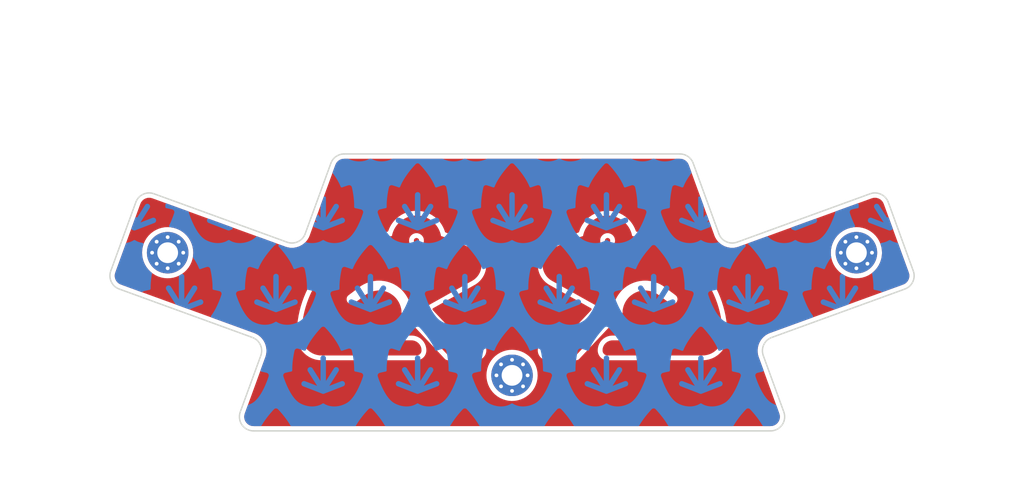
<source format=kicad_pcb>
(kicad_pcb (version 20211014) (generator pcbnew)
  (title_block (title "Tlalocohyla_Smithii_battery") (rev "v1.0.0") (company "Unknown"))
  (layers (0 "F.Cu" signal) (31 "B.Cu" signal) (34 "B.Paste" user) (35 "F.Paste" user) (36 "B.SilkS" user "B.Silkscreen") (37 "F.SilkS" user "F.Silkscreen") (38 "B.Mask" user) (39 "F.Mask" user) (44 "Edge.Cuts" user))
  (net 0 "")
  (footprint "Library:Leaves batt" (layer "F.Cu") (at 150 121)
    (fp_text reference "REF**" hide)
    (fp_text value "Leaves batt" hide)
  )
  (footprint "Library:Frog Batt" (layer "F.Cu") (at 150 115)
    (fp_text reference "G***" hide)
    (fp_text value "LOGO" hide)
  )
  (footprint "Library:Mounting_hole" (layer "F.Cu") (at 113.525328 108.926642)
    (fp_text reference "H**" hide)
    (fp_text value "Mounting_hole" hide)
  )
  (footprint "Library:Mounting_hole" (layer "F.Cu") (at 186.474672 108.926642)
    (fp_text reference "H**" hide)
    (fp_text value "Mounting_hole" hide)
  )
  (footprint "Library:Mounting_hole" (layer "F.Cu") (at 150 121.93063)
    (fp_text reference "H**" hide)
    (fp_text value "Mounting_hole" hide)
  )
  (gr_line (start 177.375006 127.820678) (end 122.624994 127.820678) (layer "Edge.Cuts") (width 0.15))
  (gr_line (start 121.215455 125.807647) (end 123.389944 119.83329) (layer "Edge.Cuts") (width 0.15))
  (gr_line (start 176.610056 119.83329) (end 178.784545 125.807647) (layer "Edge.Cuts") (width 0.15))
  (gr_line (start 107.501537 110.85785) (end 110.152193 103.575232) (layer "Edge.Cuts") (width 0.15))
  (gr_line (start 128.09272 106.912517) (end 130.811674 99.442253) (layer "Edge.Cuts") (width 0.15))
  (gr_line (start 173.829849 107.809026) (end 187.925238 102.678723) (layer "Edge.Cuts") (width 0.15))
  (gr_line (start 189.847807 103.575232) (end 192.498463 110.85785) (layer "Edge.Cuts") (width 0.15))
  (gr_arc (start 192.498463 110.85785) (mid 192.448386 112.004808) (end 191.601954 112.780419) (layer "Edge.Cuts") (width 0.15))
  (gr_arc (start 108.398046 112.780419) (mid 107.551614 112.004808) (end 107.501537 110.85785) (layer "Edge.Cuts") (width 0.15))
  (gr_arc (start 110.152193 103.575232) (mid 110.927804 102.7288) (end 112.074762 102.678723) (layer "Edge.Cuts") (width 0.15))
  (gr_line (start 122.493435 117.910721) (end 108.398045 112.780419) (layer "Edge.Cuts") (width 0.15))
  (gr_arc (start 122.493435 117.910722) (mid 123.339866 118.686333) (end 123.389943 119.83329) (layer "Edge.Cuts") (width 0.15))
  (gr_arc (start 187.925238 102.678723) (mid 189.072196 102.7288) (end 189.847807 103.575232) (layer "Edge.Cuts") (width 0.15))
  (gr_arc (start 122.624993 127.820678) (mid 121.396265 127.181042) (end 121.215455 125.807647) (layer "Edge.Cuts") (width 0.15))
  (gr_arc (start 178.784545 125.807648) (mid 178.603734 127.181043) (end 177.375006 127.820678) (layer "Edge.Cuts") (width 0.15))
  (gr_arc (start 128.09272 106.912517) (mid 127.317109 107.758949) (end 126.170151 107.809026) (layer "Edge.Cuts") (width 0.15))
  (gr_line (start 191.601954 112.780419) (end 177.506565 117.910721) (layer "Edge.Cuts") (width 0.15))
  (gr_line (start 112.074762 102.678723) (end 126.170151 107.809026) (layer "Edge.Cuts") (width 0.15))
  (gr_arc (start 176.610056 119.83329) (mid 176.660133 118.686332) (end 177.506565 117.910721) (layer "Edge.Cuts") (width 0.15))
  (gr_arc (start 167.778787 98.455283) (mid 168.639152 98.726555) (end 169.188326 99.442253) (layer "Edge.Cuts") (width 0.15))
  (gr_arc (start 130.811674 99.442253) (mid 131.360848 98.726555) (end 132.221213 98.455283) (layer "Edge.Cuts") (width 0.15))
  (gr_line (start 169.188326 99.442253) (end 171.90728 106.912517) (layer "Edge.Cuts") (width 0.15))
  (gr_line (start 132.221213 98.455283) (end 167.778787 98.455283) (layer "Edge.Cuts") (width 0.15))
  (gr_arc (start 173.829848 107.809025) (mid 172.682891 107.758948) (end 171.90728 106.912517) (layer "Edge.Cuts") (width 0.15))
  (zone (net 0) (net_name "") (layers F&B.Cu) (connect_pads (clearance 0.508)) (min_thickness 0.254) (fill yes (thermal_gap 0.508) (thermal_bridge_width 0.508))
    (polygon (pts (xy 193 129) (xy 107 129) (xy 107 98) (xy 193 98)))
  )
)
</source>
